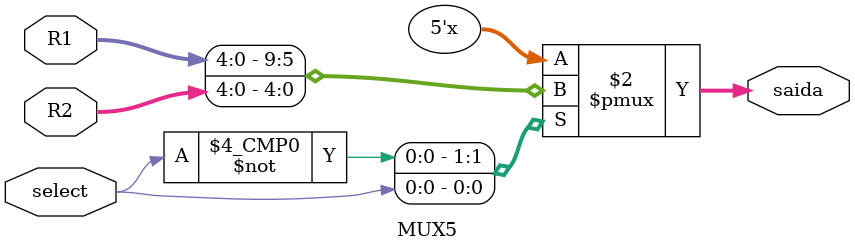
<source format=v>
module MUX5 (R1, R2, select, saida);
	input [4:0] R1, R2;
	input select;
	output reg[4:0] saida;
	
	always @(*) begin
		case (select)
			1'b0: saida = R1;
			1'b1: saida = R2;
		endcase
	end
endmodule
			
</source>
